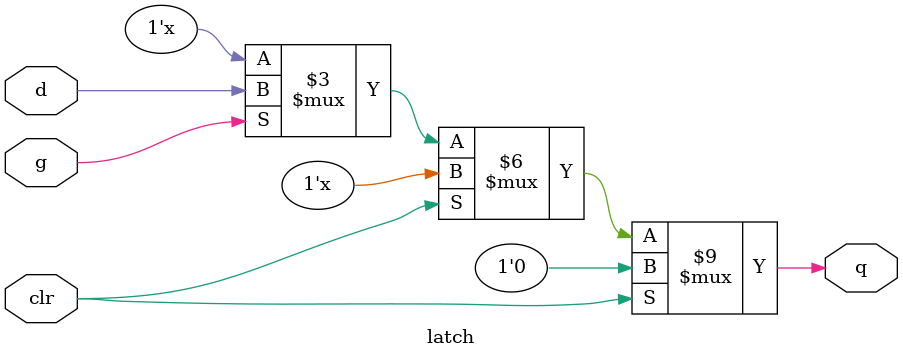
<source format=v>
/*
 *
 * ADC Interface for KAT ACD w/ National Semiconductor ADC08D1500
* modify the filename for ASIAA 5G adc
* Comment out powerdown pin 2010-04-01
 *
* Modified for clock domain crossing for 5G. 2010-05-17
 */

module adc_5g_interface #(
    /* parameter to enable extra registers between
       input buffer and distributed ram fifo;
       enable to optimize timing */
    parameter    EXTRA_REG = 1
  ) (
    /* External signals */
    input        adc_clk_p,
    input        adc_clk_n,
    input        adc_sync_p,
    input        adc_sync_n,
    input        adc_overrange_p,
    input        adc_overrange_n,
    output       adc_rst,
   // output       adc_powerdown,
    input  [7:0] adc_di_d_p,
    input  [7:0] adc_di_d_n,
    input  [7:0] adc_di_p,
    input  [7:0] adc_di_n,
    input  [7:0] adc_dq_d_p,
    input  [7:0] adc_dq_d_n,
    input  [7:0] adc_dq_p,
    input  [7:0] adc_dq_n,
    /* User ports */
    output [7:0] user_datai3,
    output [7:0] user_datai2,
    output [7:0] user_datai1,
    output [7:0] user_datai0,
    output [7:0] user_dataq3,
    output [7:0] user_dataq2,
    output [7:0] user_dataq1,
    output [7:0] user_dataq0,
    output       user_sync0,
    output       user_sync1,
    output       user_sync2,
    output       user_sync3,
    output       user_outofrange0,
    output       user_outofrange1,
    output       user_data_valid,
    /* Internal control signals */
    // ADC CLK DCM Reset
    input        dcm_reset,
    // Reset for ADC
    input        ctrl_reset,
    // Clock to use for output data domain crossing 
    input        ctrl_clk_in,
    // ADC Clock outputs
    output       ctrl_clk_out,
    output       ctrl_clk90_out,
    output       ctrl_clk180_out,
    output       ctrl_clk270_out,
    output       ctrl_dcm_locked,
    /* DCM Phase control signals */
    input        dcm_psclk,
    input        dcm_psen,
    input        dcm_psincdec,
    output       dcm_psdone
  );

  wire adc_clk, adc_clk90, adc_clk180, adc_clk270;


  /********** Sync Capture *********/

  wire adc_sync_ibufds;

  IBUFDS ibufds_sync(
    .I  (adc_sync_p),
    .IB (adc_sync_n),
    .O  (adc_sync_ibufds)
  );
  wire [3:0] capture_sync;

  reg adc_sync0;
  always @(posedge adc_clk)
    adc_sync0 <= adc_sync_ibufds;
  assign capture_sync[0] = adc_sync0;

  reg adc_sync90;
  always @(posedge adc_clk90)
    adc_sync90 <= adc_sync_ibufds;
  assign capture_sync[1] = adc_sync90;

  reg adc_sync180;
  always @(posedge adc_clk180)
    adc_sync180 <= adc_sync_ibufds;
  assign capture_sync[2] = adc_sync180;

  reg adc_sync270;
  always @(posedge adc_clk270)
    adc_sync270 <= adc_sync_ibufds;
  assign capture_sync[3] = adc_sync270;

  /******* Over-Range Capture ******/

  wire adc_overrange_ibufds;
  IBUFDS ibufds_overrange(
    .I  (adc_overrange_p),
    .IB (adc_overrange_n),
    .O  (adc_overrange_ibufds)
  );
  
  wire adc_overrange_rise;
  wire adc_overrange_fall;

/******** modified for clock domain crossing **************/

  IDDR #( 
    .DDR_CLK_EDGE ("SAME_EDGE_PIPELINED"),
    .INIT_Q1      (0),
    .INIT_Q2      (0),
    .SRTYPE       ("SYNC")
  ) iddr_overrange (
    .Q1 (adc_overrange_rise),
    .Q2 (adc_overrange_fall),
//    .C  (adc_clk),
    .C  (hi_adc_clk),
    .CE (1),
    .D  (adc_overrange_ibufds),
    .R  (0),
    .S  (0)
  );

  /************** DCM ****************/

  wire adc_clk_buf;

  IBUFDS ibufds(
    .I  (adc_clk_p),
    .IB (adc_clk_n),
    .O  (adc_clk_buf)
  );

  wire adc_clk_dcm, adc_clk90_dcm, adc_clk180_dcm, adc_clk270_dcm;
  BUFG bufg_adc_clk[3:0](
    .I  ({adc_clk_dcm, adc_clk90_dcm, adc_clk180_dcm, adc_clk270_dcm}),
    .O  ({adc_clk, adc_clk90, adc_clk180, adc_clk270})
  );

/******* following is wrong , for debug *************/
/*
  wire adc_clk_dcm, adc_clk90_dcm, adc_clk180_dcm, adc_clk270_dcm;
  BUFG bufg_adc_clk[3:0](
    .I  ({adc_clk_dcm, adc_clk180_dcm, adc_clk180_dcm, adc_clk180_dcm}),
    .O  ({adc_clk, adc_clk90, adc_clk180, adc_clk270})
  );
*/

  assign ctrl_clk_out    = adc_clk;
  assign ctrl_clk90_out  = adc_clk90;
  assign ctrl_clk180_out = adc_clk180;
  assign ctrl_clk270_out = adc_clk270;


/*********** Domain crossing DCM *************/

BUFG bufg_hi_adc_clk
  (
.O(hi_adc_clk), // Clock buffer outpu
.I(hi_adc_clk_dcm) // Clock buffer input
);
 
/*
BUFR bufg_hi_adc_clk
  (
.O(hi_adc_clk), // Clock buffer outpu
.CE(1'b1),
.CLR(1'b0),
.I(hi_adc_clk_dcm) // Clock buffer input
);
*/
/*
BUFIO bufg_hi_adc_clk
  (
.O(hi_adc_clk), // Clock buffer outpu
.I(hi_adc_clk_dcm) // Clock buffer input
);
*/

  DCM #(
    .CLK_FEEDBACK          ("1X"),
    .CLKDV_DIVIDE          (2.000000),
    .CLKFX_DIVIDE          (1),
    .CLKFX_MULTIPLY        (4),
    .CLKIN_PERIOD          (2.00),
    .CLKIN_DIVIDE_BY_2 ("TRUE"),
    .CLKOUT_PHASE_SHIFT    ("VARIABLE_CENTER"),
    .DESKEW_ADJUST         ("SYSTEM_SYNCHRONOUS"),
    .DFS_FREQUENCY_MODE    ("HIGH"),
    .DLL_FREQUENCY_MODE    ("HIGH"),
    .FACTORY_JF            (16'hC080),
    .PHASE_SHIFT           (64), // 64 is a 90 degree offset
    .STARTUP_WAIT          (1'b0)
  ) dcm_inst_1 (
    .CLKFB                 (adc_clk),
    .CLKIN                 (adc_clk_buf),  
    .DSSEN                 (0),
    .PSCLK                 (dcm_psclk),
    .PSEN                  (dcm_psen),
    .PSINCDEC              (dcm_psincdec),
    .RST                   (dcm_reset),
    .CLKDV                 (adc_clkdv_dcm),
    .CLKFX                 (),
    .CLKFX180              (),
    .CLK0                  (adc_clk_dcm),
    .CLK2X                 (hi_adc_clk_dcm),
    .CLK2X180              (),
    .CLK90                 (adc_clk90_dcm),
    .CLK180                (adc_clk180_dcm),
    .CLK270                (adc_clk270_dcm),
    .LOCKED                (ctrl_dcm_locked),
    .PSDONE                (dcm_psdone),
    .STATUS                ()
  );


/*********** original DCM *************/
/*
  DCM #(
    .CLK_FEEDBACK          ("1X"),
    .CLKDV_DIVIDE          (2.000000),
    .CLKFX_DIVIDE          (1),
    .CLKFX_MULTIPLY        (4),
    .CLKIN_PERIOD          (3.906250),
    .CLKOUT_PHASE_SHIFT    ("VARIABLE_CENTER"),
    .DESKEW_ADJUST         ("SYSTEM_SYNCHRONOUS"),
    .DFS_FREQUENCY_MODE    ("HIGH"),
    .DLL_FREQUENCY_MODE    ("HIGH"),
    .FACTORY_JF            (16'hC080),
    .PHASE_SHIFT           (64), // 64 is a 90 degree offset
    .STARTUP_WAIT          (1'b0)
  ) dcm_inst (
    .CLKFB                 (adc_clk),
    .CLKIN                 (adc_clk_buf),
    .DSSEN                 (0),
    .PSCLK                 (dcm_psclk),
    .PSEN                  (dcm_psen),
    .PSINCDEC              (dcm_psincdec),
    .RST                   (dcm_reset),
    .CLKDV                 (),
    .CLKFX                 (),
    .CLKFX180              (),
    .CLK0                  (adc_clk_dcm),
    .CLK2X                 (),
    .CLK2X180              (),
    .CLK90                 (adc_clk90_dcm),
    .CLK180                (adc_clk180_dcm),
    .CLK270                (adc_clk270_dcm),
    .LOCKED                (ctrl_dcm_locked),
    .PSDONE                (dcm_psdone),
    .STATUS                ()
  );
*/

  /************* Data DDR Capture ************/

  wire [7:0] adc_di_d;
  wire [7:0] adc_di;
  wire [7:0] adc_dq_d;
  wire [7:0] adc_dq;
  
  IBUFDS #(
    .IOSTANDARD ("LVDS_25"),
    .DIFF_TERM  ("TRUE")
  ) ibufds_adc_data[31:0] (
    .I  ({adc_di_d_p, adc_di_p, adc_dq_d_p, adc_dq_p}),
    .IB ({adc_di_d_n, adc_di_n, adc_dq_d_n, adc_dq_n}),
    .O  ({adc_di_d, adc_di, adc_dq_d, adc_dq})
  );

  wire [7:0] adc_di_d_rise;
  wire [7:0] adc_di_rise;
  wire [7:0] adc_dq_d_rise;
  wire [7:0] adc_dq_rise;

  wire [7:0] adc_di_d_fall;
  wire [7:0] adc_di_fall;
  wire [7:0] adc_dq_d_fall;
  wire [7:0] adc_dq_fall;

/******** modified for clock domain crossing **************/


  IDDR #( 
    .DDR_CLK_EDGE ("SAME_EDGE_PIPELINED"),
    .INIT_Q1      (1'b0),
    .INIT_Q2      (1'b0)
  ) iddr_data[31:0] (
    .Q1 ({adc_di_d_rise, adc_di_rise, adc_dq_d_rise, adc_dq_rise}),
    .Q2 ({adc_di_d_fall, adc_di_fall, adc_dq_d_fall, adc_dq_fall}),
    .C  (hi_adc_clk),
//  .C  (adc_clk),
    .CE (1'b1),
    .D  ({adc_di_d, adc_di, adc_dq_d, adc_dq}),
    .R  (1'b0),
    .S  (1'b0)
  );

  /*************** ADC Clock Domain FIFO *****************/

  wire [69:0] fifo_data_in;
  wire [69:0] reg_data_in;
 assign reg_data_in = {capture_sync, adc_overrange_fall, adc_overrange_rise, adc_dq_fall, adc_dq_d_fall, adc_dq_rise, adc_dq_d_rise, adc_di_fall, adc_di_d_fall, adc_di_rise, adc_di_d_rise};
/* timing contraint failed if switch to the following*/
 //assign reg_data_in = {capture_sync, adc_overrange_fall, adc_overrange_rise, adc_dq_fall, adc_dq_d_fall, adc_di_fall, adc_di_d_fall, adc_dq_rise,  adc_dq_d_rise, adc_di_rise, adc_di_d_rise};


  wire [69:0] fifo_data_out;
  wire fifo_empty;

  reg fifo_rd_en;

/* Optional stage of registeration to between input buffer and 
   clock domain crossing FIFO to improve timing performance */

/******** modified to clock domain crossing ********/

generate if (EXTRA_REG) begin : with_extra_reg

  reg [69:0] extra_reg;
  always @(posedge hi_adc_clk) begin
//  always @(posedge adc_clk) begin

    extra_reg <= reg_data_in;
  end
  assign fifo_data_in = extra_reg;
  
end else begin
  assign fifo_data_in = reg_data_in;
end endgenerate
  

/******** modified to clock domain crossing ********/
  adc_async_fifo adc_async_fifo_inst(
    .rst    (dcm_reset),
    .din    (fifo_data_in),
    .wr_clk (hi_adc_clk),
//    .wr_clk (adc_clk),
    .wr_en  (fifo_wr_en),
    .rd_clk (ctrl_clk_in),
    .rd_en  (fifo_rd_en),
    .dout   (fifo_data_out), 
    .empty  (fifo_empty),
    .full   (fifo_full)
  );

  always @(posedge adc_clk) begin
    if (dcm_reset) begin
      fifo_rd_en <= 1'b0;
    end else begin
      fifo_rd_en <= !fifo_empty;
    end
  end

/************* added by homin 2010-05-26 ***************/
latch fifo_wr_latch (
 .g(fifo_empty),
 .d(1'b1),
 .clr(fifo_full),
 .q(fifo_wr_en)
);

//wire fifo_full;

/*****************************************/
  //synthesis attribute box_type adc_async_fifo_inst "black_box" 

  assign user_data_valid = fifo_empty;

/* rearrange for 5G 2010-04-15*/

/*
  assign user_datai0 = fifo_data_out[7:0];
  assign user_datai1 = fifo_data_out[15:8];
  assign user_datai2 = fifo_data_out[23:16];
  assign user_datai3 = fifo_data_out[31:24];

  assign user_dataq0 = fifo_data_out[39:32];
  assign user_dataq1 = fifo_data_out[47:40];
  assign user_dataq2 = fifo_data_out[55:48];
  assign user_dataq3 = fifo_data_out[63:56];
*/

  assign user_datai0 = fifo_data_out[7:0];
  assign user_datai2 = fifo_data_out[15:8];
  assign user_dataq0 = fifo_data_out[23:16];
  assign user_dataq2 = fifo_data_out[31:24];

  assign user_datai1 = fifo_data_out[39:32];
  assign user_datai3 = fifo_data_out[47:40];
  assign user_dataq1 = fifo_data_out[55:48];
  assign user_dataq3 = fifo_data_out[63:56];


  assign user_outofrange0 = fifo_data_out[64];
  assign user_outofrange1 = fifo_data_out[65];
  assign user_sync0 = fifo_data_out[66];
  assign user_sync1 = fifo_data_out[67];
  assign user_sync2 = fifo_data_out[68];
  assign user_sync3 = fifo_data_out[69];

  /***************** Misc *******************/

 // assign adc_powerdown = 1'b0; // active low
  assign adc_rst = ctrl_reset;
  
endmodule

/************* added by homin ***************/
module latch(g,d,clr,q);
input g,d,clr;
output q;
reg q;

always @(g  or clr)
begin
   if (clr)
     q = 1'b0;
   else if (g)
     q = d;
   end

endmodule

/*****************************************/

</source>
